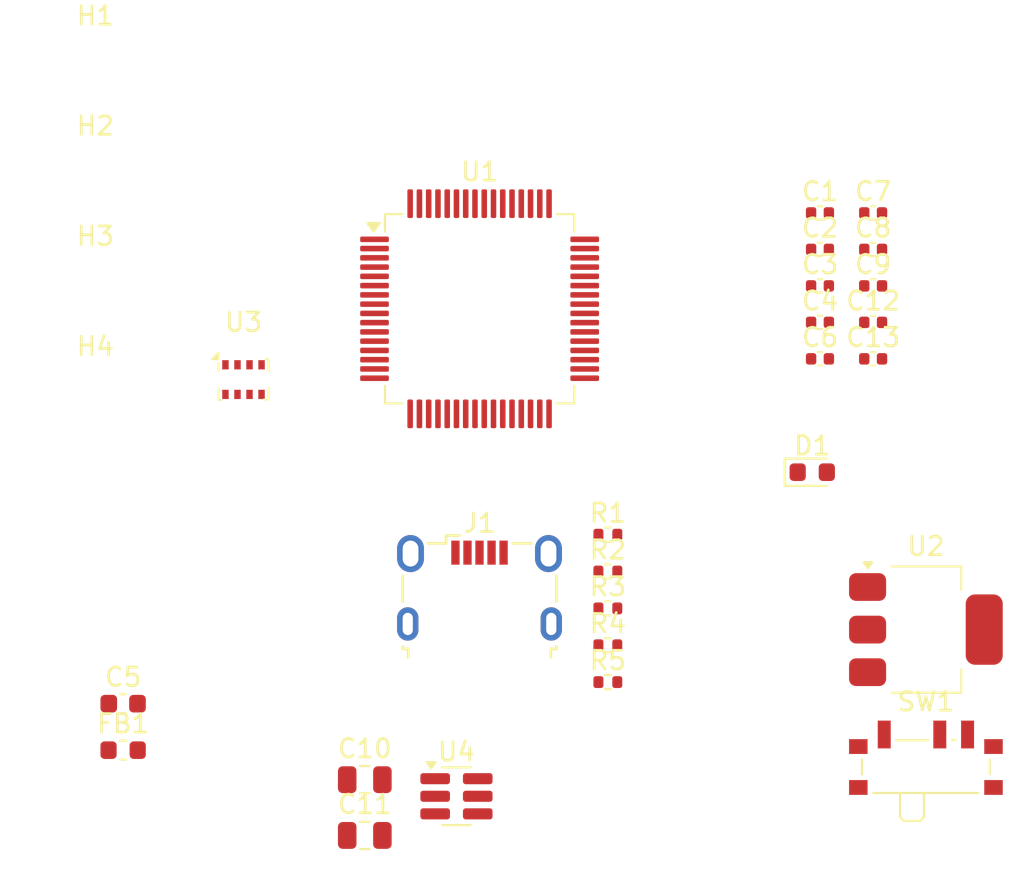
<source format=kicad_pcb>
(kicad_pcb (version 20241229) (generator "pcbnew") (generator_version "9.0")
  (layers (0 "F.Cu" signal) (2 "B.Cu" signal) (13 "F.Paste" user) (15 "B.Paste" user) (5 "F.SilkS" user "F.Silkscreen") (7 "B.SilkS" user "B.Silkscreen") (1 "F.Mask" user) (3 "B.Mask" user) (25 "Edge.Cuts" user))
  (net 0 "")
  (net 1 "GND")
  (net 2 "+3.3V")
  (net 3 "+3.3VA")
  (net 4 "/NRST")
  (net 5 "VBUS")
  (net 6 "Net-(D1-K)")
  (net 8 "Net-(J1-D-)")
  (net 9 "Net-(J1-D+)")
  (net 10 "/BOOT0")
  (net 11 "/SW_BOOT0")
  (net 12 "Net-(U3-SDO)")
  (net 13 "/I2C1_SCL")
  (net 14 "/I2C1_SDA")
  (net 18 "/USB_OTG_FS_DP+")
  (net 39 "/USB_OTG_FS_DM-")
  (footprint "MountingHole:MountingHole_2.2mm_M2" (layer "F.Cu") (at 101 56.5)
    (property "Reference" "H1" (at 0 -3.15 0) (layer "F.SilkS"))
    (property "Value" "MountingHole")
    (pad "" np_thru_hole circle (at 0 0) (size 2.2 2.2) (drill 2.2) (layers "*.Cu" "*.Mask"))
  )
  (footprint "Capacitor_SMD:C_0805_2012Metric" (layer "F.Cu") (at 115.55 97.615)
    (property "Reference" "C11" (at 0 -1.68 0) (layer "F.SilkS"))
    (property "Value" "22u")
    (fp_line (start -0.261252 -0.735) (end 0.261252 -0.735) (stroke (width 0.12)) (layer "F.SilkS"))
    (fp_line (start -0.261252 0.735) (end 0.261252 0.735) (stroke (width 0.12)) (layer "F.SilkS"))
    (pad "1" smd roundrect (at -0.95 0) (size 1 1.45) (layers "F.Cu" "F.Mask" "F.Paste") (net 2 "+3.3V"))
    (pad "2" smd roundrect (at 0.95 0) (size 1 1.45) (layers "F.Cu" "F.Mask" "F.Paste") (net 1 "GND"))
  )
  (footprint "Capacitor_SMD:C_0805_2012Metric" (layer "F.Cu") (at 115.55 94.605)
    (property "Reference" "C10" (at 0 -1.68 0) (layer "F.SilkS"))
    (property "Value" "22u")
    (fp_line (start -0.261252 -0.735) (end 0.261252 -0.735) (stroke (width 0.12)) (layer "F.SilkS"))
    (fp_line (start -0.261252 0.735) (end 0.261252 0.735) (stroke (width 0.12)) (layer "F.SilkS"))
    (pad "1" smd roundrect (at -0.95 0) (size 1 1.45) (layers "F.Cu" "F.Mask" "F.Paste") (net 5 "VBUS"))
    (pad "2" smd roundrect (at 0.95 0) (size 1 1.45) (layers "F.Cu" "F.Mask" "F.Paste") (net 1 "GND"))
  )
  (footprint "Capacitor_SMD:C_0402_1005Metric" (layer "F.Cu") (at 143 69.91)
    (property "Reference" "C12" (at 0 -1.16 0) (layer "F.SilkS"))
    (property "Value" "100n")
    (fp_line (start -0.107836 -0.36) (end 0.107836 -0.36) (stroke (width 0.12)) (layer "F.SilkS"))
    (fp_line (start -0.107836 0.36) (end 0.107836 0.36) (stroke (width 0.12)) (layer "F.SilkS"))
    (pad "1" smd roundrect (at -0.48 0) (size 0.56 0.62) (layers "F.Cu" "F.Mask" "F.Paste") (net 1 "GND"))
    (pad "2" smd roundrect (at 0.48 0) (size 0.56 0.62) (layers "F.Cu" "F.Mask" "F.Paste") (net 2 "+3.3V"))
  )
  (footprint "Package_TO_SOT_SMD:SOT-223-3_TabPin2" (layer "F.Cu") (at 145.85 86.5)
    (property "Reference" "U2" (at 0 -4.5 0) (layer "F.SilkS"))
    (property "Value" "AMS1117-3.3")
    (fp_line (start -1.85 -3.41) (end 1.91 -3.41) (stroke (width 0.12)) (layer "F.SilkS"))
    (fp_line (start -1.85 3.41) (end 1.91 3.41) (stroke (width 0.12)) (layer "F.SilkS"))
    (fp_line (start 1.91 -3.41) (end 1.91 -2.15) (stroke (width 0.12)) (layer "F.SilkS"))
    (fp_line (start 1.91 3.41) (end 1.91 2.15) (stroke (width 0.12)) (layer "F.SilkS"))
    (fp_poly (pts (xy -3.13 -3.31) (xy -3.37 -3.64) (xy -2.89 -3.64) (xy -3.13 -3.31)) (stroke (width 0.12)) (fill yes) (layer "F.SilkS"))
    (pad "1" smd roundrect (at -3.15 -2.3) (size 2 1.5) (layers "F.Cu" "F.Mask" "F.Paste") (net 1 "GND"))
    (pad "2" smd roundrect (at -3.15 0) (size 2 1.5) (layers "F.Cu" "F.Mask" "F.Paste") (net 2 "+3.3V"))
    (pad "2" smd roundrect (at 3.15 0) (size 2 3.8) (layers "F.Cu" "F.Mask" "F.Paste") (net 2 "+3.3V"))
    (pad "3" smd roundrect (at -3.15 2.3) (size 2 1.5) (layers "F.Cu" "F.Mask" "F.Paste") (net 5 "VBUS"))
  )
  (footprint "MountingHole:MountingHole_2.2mm_M2" (layer "F.Cu") (at 101 68.4)
    (property "Reference" "H3" (at 0 -3.15 0) (layer "F.SilkS"))
    (property "Value" "MountingHole")
    (pad "" np_thru_hole circle (at 0 0) (size 2.2 2.2) (drill 2.2) (layers "*.Cu" "*.Mask"))
  )
  (footprint "Capacitor_SMD:C_0402_1005Metric" (layer "F.Cu") (at 140.13 65.97)
    (property "Reference" "C2" (at 0 -1.16 0) (layer "F.SilkS"))
    (property "Value" "100n")
    (fp_line (start -0.107836 -0.36) (end 0.107836 -0.36) (stroke (width 0.12)) (layer "F.SilkS"))
    (fp_line (start -0.107836 0.36) (end 0.107836 0.36) (stroke (width 0.12)) (layer "F.SilkS"))
    (pad "1" smd roundrect (at -0.48 0) (size 0.56 0.62) (layers "F.Cu" "F.Mask" "F.Paste") (net 2 "+3.3V"))
    (pad "2" smd roundrect (at 0.48 0) (size 0.56 0.62) (layers "F.Cu" "F.Mask" "F.Paste") (net 1 "GND"))
  )
  (footprint "Package_LGA:Bosch_LGA-8_2x2.5mm_P0.65mm_ClockwisePinNumbering" (layer "F.Cu") (at 109 73)
    (property "Reference" "U3" (at 0 -3.1 0) (layer "F.SilkS"))
    (property "Value" "BMP280")
    (fp_line (start -1.35 -0.46) (end -1.35 -0.9) (stroke (width 0.1)) (layer "F.SilkS"))
    (fp_line (start -1.35 1.1) (end -1.35 0.46) (stroke (width 0.1)) (layer "F.SilkS"))
    (fp_line (start -1.35 1.1) (end -1.2 1.1) (stroke (width 0.1)) (layer "F.SilkS"))
    (fp_line (start 1.075 1.075) (end 1.225 1.075) (stroke (width 0.1)) (layer "F.SilkS"))
    (fp_line (start 1.2 -1.1) (end 1.35 -1.1) (stroke (width 0.1)) (layer "F.SilkS"))
    (fp_line (start 1.35 -0.46) (end 1.35 -1.1) (stroke (width 0.1)) (layer "F.SilkS"))
    (fp_line (start 1.35 1.1) (end 1.35 0.46) (stroke (width 0.1)) (layer "F.SilkS"))
    (fp_poly (pts (xy -1.35 -1.1) (xy -1.71 -1.1) (xy -1.35 -1.46) (xy -1.35 -1.1)) (stroke (width 0.1)) (fill yes) (layer "F.SilkS"))
    (pad "1" smd rect (at -0.975 -0.8 90) (size 0.5 0.35) (layers "F.Cu" "F.Mask" "F.Paste") (net 1 "GND"))
    (pad "2" smd rect (at -0.325 -0.8 90) (size 0.5 0.35) (layers "F.Cu" "F.Mask" "F.Paste") (net 2 "+3.3V"))
    (pad "3" smd rect (at 0.325 -0.8 90) (size 0.5 0.35) (layers "F.Cu" "F.Mask" "F.Paste") (net 14 "/I2C1_SDA"))
    (pad "4" smd rect (at 0.975 -0.8 90) (size 0.5 0.35) (layers "F.Cu" "F.Mask" "F.Paste") (net 13 "/I2C1_SCL"))
    (pad "5" smd rect (at 0.975 0.8 90) (size 0.5 0.35) (layers "F.Cu" "F.Mask" "F.Paste") (net 12 "Net-(U3-SDO)"))
    (pad "6" smd rect (at 0.325 0.8 90) (size 0.5 0.35) (layers "F.Cu" "F.Mask" "F.Paste") (net 2 "+3.3V"))
    (pad "7" smd rect (at -0.325 0.8 90) (size 0.5 0.35) (layers "F.Cu" "F.Mask" "F.Paste") (net 1 "GND"))
    (pad "8" smd rect (at -0.975 0.8 90) (size 0.5 0.35) (layers "F.Cu" "F.Mask" "F.Paste") (net 2 "+3.3V"))
  )
  (footprint "Capacitor_SMD:C_0402_1005Metric" (layer "F.Cu") (at 143 71.88)
    (property "Reference" "C13" (at 0 -1.16 0) (layer "F.SilkS"))
    (property "Value" "100n")
    (fp_line (start -0.107836 -0.36) (end 0.107836 -0.36) (stroke (width 0.12)) (layer "F.SilkS"))
    (fp_line (start -0.107836 0.36) (end 0.107836 0.36) (stroke (width 0.12)) (layer "F.SilkS"))
    (pad "1" smd roundrect (at -0.48 0) (size 0.56 0.62) (layers "F.Cu" "F.Mask" "F.Paste") (net 1 "GND"))
    (pad "2" smd roundrect (at 0.48 0) (size 0.56 0.62) (layers "F.Cu" "F.Mask" "F.Paste") (net 2 "+3.3V"))
  )
  (footprint "Package_QFP:LQFP-64_10x10mm_P0.5mm" (layer "F.Cu") (at 121.75 69.175)
    (property "Reference" "U1" (at 0 -7.4 0) (layer "F.SilkS"))
    (property "Value" "STM32L476RGTx")
    (fp_line (start -5.11 -5.11) (end -5.11 -4.16) (stroke (width 0.12)) (layer "F.SilkS"))
    (fp_line (start -5.11 5.11) (end -5.11 4.16) (stroke (width 0.12)) (layer "F.SilkS"))
    (fp_line (start -4.16 -5.11) (end -5.11 -5.11) (stroke (width 0.12)) (layer "F.SilkS"))
    (fp_line (start -4.16 5.11) (end -5.11 5.11) (stroke (width 0.12)) (layer "F.SilkS"))
    (fp_line (start 4.16 -5.11) (end 5.11 -5.11) (stroke (width 0.12)) (layer "F.SilkS"))
    (fp_line (start 4.16 5.11) (end 5.11 5.11) (stroke (width 0.12)) (layer "F.SilkS"))
    (fp_line (start 5.11 -5.11) (end 5.11 -4.16) (stroke (width 0.12)) (layer "F.SilkS"))
    (fp_line (start 5.11 5.11) (end 5.11 4.16) (stroke (width 0.12)) (layer "F.SilkS"))
    (fp_poly (pts (xy -5.725 -4.16) (xy -6.065 -4.63) (xy -5.385 -4.63)) (stroke (width 0.12)) (fill yes) (layer "F.SilkS"))
    (pad "1" smd roundrect (at -5.675 -3.75) (size 1.55 0.3) (layers "F.Cu" "F.Mask" "F.Paste") (net 2 "+3.3V"))
    (pad "2" smd roundrect (at -5.675 -3.25) (size 1.55 0.3) (layers "F.Cu" "F.Mask" "F.Paste"))
    (pad "3" smd roundrect (at -5.675 -2.75) (size 1.55 0.3) (layers "F.Cu" "F.Mask" "F.Paste"))
    (pad "4" smd roundrect (at -5.675 -2.25) (size 1.55 0.3) (layers "F.Cu" "F.Mask" "F.Paste"))
    (pad "5" smd roundrect (at -5.675 -1.75) (size 1.55 0.3) (layers "F.Cu" "F.Mask" "F.Paste"))
    (pad "6" smd roundrect (at -5.675 -1.25) (size 1.55 0.3) (layers "F.Cu" "F.Mask" "F.Paste"))
    (pad "7" smd roundrect (at -5.675 -0.75) (size 1.55 0.3) (layers "F.Cu" "F.Mask" "F.Paste") (net 4 "/NRST"))
    (pad "8" smd roundrect (at -5.675 -0.25) (size 1.55 0.3) (layers "F.Cu" "F.Mask" "F.Paste"))
    (pad "9" smd roundrect (at -5.675 0.25) (size 1.55 0.3) (layers "F.Cu" "F.Mask" "F.Paste"))
    (pad "10" smd roundrect (at -5.675 0.75) (size 1.55 0.3) (layers "F.Cu" "F.Mask" "F.Paste"))
    (pad "11" smd roundrect (at -5.675 1.25) (size 1.55 0.3) (layers "F.Cu" "F.Mask" "F.Paste"))
    (pad "12" smd roundrect (at -5.675 1.75) (size 1.55 0.3) (layers "F.Cu" "F.Mask" "F.Paste") (net 1 "GND"))
    (pad "13" smd roundrect (at -5.675 2.25) (size 1.55 0.3) (layers "F.Cu" "F.Mask" "F.Paste") (net 3 "+3.3VA"))
    (pad "14" smd roundrect (at -5.675 2.75) (size 1.55 0.3) (layers "F.Cu" "F.Mask" "F.Paste"))
    (pad "15" smd roundrect (at -5.675 3.25) (size 1.55 0.3) (layers "F.Cu" "F.Mask" "F.Paste"))
    (pad "16" smd roundrect (at -5.675 3.75) (size 1.55 0.3) (layers "F.Cu" "F.Mask" "F.Paste"))
    (pad "17" smd roundrect (at -3.75 5.675) (size 0.3 1.55) (layers "F.Cu" "F.Mask" "F.Paste"))
    (pad "18" smd roundrect (at -3.25 5.675) (size 0.3 1.55) (layers "F.Cu" "F.Mask" "F.Paste") (net 1 "GND"))
    (pad "19" smd roundrect (at -2.75 5.675) (size 0.3 1.55) (layers "F.Cu" "F.Mask" "F.Paste") (net 2 "+3.3V"))
    (pad "20" smd roundrect (at -2.25 5.675) (size 0.3 1.55) (layers "F.Cu" "F.Mask" "F.Paste"))
    (pad "21" smd roundrect (at -1.75 5.675) (size 0.3 1.55) (layers "F.Cu" "F.Mask" "F.Paste"))
    (pad "22" smd roundrect (at -1.25 5.675) (size 0.3 1.55) (layers "F.Cu" "F.Mask" "F.Paste"))
    (pad "23" smd roundrect (at -0.75 5.675) (size 0.3 1.55) (layers "F.Cu" "F.Mask" "F.Paste"))
    (pad "24" smd roundrect (at -0.25 5.675) (size 0.3 1.55) (layers "F.Cu" "F.Mask" "F.Paste"))
    (pad "25" smd roundrect (at 0.25 5.675) (size 0.3 1.55) (layers "F.Cu" "F.Mask" "F.Paste"))
    (pad "26" smd roundrect (at 0.75 5.675) (size 0.3 1.55) (layers "F.Cu" "F.Mask" "F.Paste"))
    (pad "27" smd roundrect (at 1.25 5.675) (size 0.3 1.55) (layers "F.Cu" "F.Mask" "F.Paste"))
    (pad "28" smd roundrect (at 1.75 5.675) (size 0.3 1.55) (layers "F.Cu" "F.Mask" "F.Paste"))
    (pad "29" smd roundrect (at 2.25 5.675) (size 0.3 1.55) (layers "F.Cu" "F.Mask" "F.Paste"))
    (pad "30" smd roundrect (at 2.75 5.675) (size 0.3 1.55) (layers "F.Cu" "F.Mask" "F.Paste"))
    (pad "31" smd roundrect (at 3.25 5.675) (size 0.3 1.55) (layers "F.Cu" "F.Mask" "F.Paste") (net 1 "GND"))
    (pad "32" smd roundrect (at 3.75 5.675) (size 0.3 1.55) (layers "F.Cu" "F.Mask" "F.Paste") (net 2 "+3.3V"))
    (pad "33" smd roundrect (at 5.675 3.75) (size 1.55 0.3) (layers "F.Cu" "F.Mask" "F.Paste"))
    (pad "34" smd roundrect (at 5.675 3.25) (size 1.55 0.3) (layers "F.Cu" "F.Mask" "F.Paste"))
    (pad "35" smd roundrect (at 5.675 2.75) (size 1.55 0.3) (layers "F.Cu" "F.Mask" "F.Paste"))
    (pad "36" smd roundrect (at 5.675 2.25) (size 1.55 0.3) (layers "F.Cu" "F.Mask" "F.Paste"))
    (pad "37" smd roundrect (at 5.675 1.75) (size 1.55 0.3) (layers "F.Cu" "F.Mask" "F.Paste"))
    (pad "38" smd roundrect (at 5.675 1.25) (size 1.55 0.3) (layers "F.Cu" "F.Mask" "F.Paste"))
    (pad "39" smd roundrect (at 5.675 0.75) (size 1.55 0.3) (layers "F.Cu" "F.Mask" "F.Paste"))
    (pad "40" smd roundrect (at 5.675 0.25) (size 1.55 0.3) (layers "F.Cu" "F.Mask" "F.Paste"))
    (pad "41" smd roundrect (at 5.675 -0.25) (size 1.55 0.3) (layers "F.Cu" "F.Mask" "F.Paste"))
    (pad "42" smd roundrect (at 5.675 -0.75) (size 1.55 0.3) (layers "F.Cu" "F.Mask" "F.Paste"))
    (pad "43" smd roundrect (at 5.675 -1.25) (size 1.55 0.3) (layers "F.Cu" "F.Mask" "F.Paste"))
    (pad "44" smd roundrect (at 5.675 -1.75) (size 1.55 0.3) (layers "F.Cu" "F.Mask" "F.Paste") (net 39 "/USB_OTG_FS_DM-"))
    (pad "45" smd roundrect (at 5.675 -2.25) (size 1.55 0.3) (layers "F.Cu" "F.Mask" "F.Paste") (net 18 "/USB_OTG_FS_DP+"))
    (pad "46" smd roundrect (at 5.675 -2.75) (size 1.55 0.3) (layers "F.Cu" "F.Mask" "F.Paste"))
    (pad "47" smd roundrect (at 5.675 -3.25) (size 1.55 0.3) (layers "F.Cu" "F.Mask" "F.Paste") (net 1 "GND"))
    (pad "48" smd roundrect (at 5.675 -3.75) (size 1.55 0.3) (layers "F.Cu" "F.Mask" "F.Paste"))
    (pad "49" smd roundrect (at 3.75 -5.675) (size 0.3 1.55) (layers "F.Cu" "F.Mask" "F.Paste"))
    (pad "50" smd roundrect (at 3.25 -5.675) (size 0.3 1.55) (layers "F.Cu" "F.Mask" "F.Paste"))
    (pad "51" smd roundrect (at 2.75 -5.675) (size 0.3 1.55) (layers "F.Cu" "F.Mask" "F.Paste"))
    (pad "52" smd roundrect (at 2.25 -5.675) (size 0.3 1.55) (layers "F.Cu" "F.Mask" "F.Paste"))
    (pad "53" smd roundrect (at 1.75 -5.675) (size 0.3 1.55) (layers "F.Cu" "F.Mask" "F.Paste"))
    (pad "54" smd roundrect (at 1.25 -5.675) (size 0.3 1.55) (layers "F.Cu" "F.Mask" "F.Paste"))
    (pad "55" smd roundrect (at 0.75 -5.675) (size 0.3 1.55) (layers "F.Cu" "F.Mask" "F.Paste"))
    (pad "56" smd roundrect (at 0.25 -5.675) (size 0.3 1.55) (layers "F.Cu" "F.Mask" "F.Paste"))
    (pad "57" smd roundrect (at -0.25 -5.675) (size 0.3 1.55) (layers "F.Cu" "F.Mask" "F.Paste"))
    (pad "58" smd roundrect (at -0.75 -5.675) (size 0.3 1.55) (layers "F.Cu" "F.Mask" "F.Paste") (net 13 "/I2C1_SCL"))
    (pad "59" smd roundrect (at -1.25 -5.675) (size 0.3 1.55) (layers "F.Cu" "F.Mask" "F.Paste") (net 14 "/I2C1_SDA"))
    (pad "60" smd roundrect (at -1.75 -5.675) (size 0.3 1.55) (layers "F.Cu" "F.Mask" "F.Paste") (net 10 "/BOOT0"))
    (pad "61" smd roundrect (at -2.25 -5.675) (size 0.3 1.55) (layers "F.Cu" "F.Mask" "F.Paste"))
    (pad "62" smd roundrect (at -2.75 -5.675) (size 0.3 1.55) (layers "F.Cu" "F.Mask" "F.Paste"))
    (pad "63" smd roundrect (at -3.25 -5.675) (size 0.3 1.55) (layers "F.Cu" "F.Mask" "F.Paste") (net 1 "GND"))
    (pad "64" smd roundrect (at -3.75 -5.675) (size 0.3 1.55) (layers "F.Cu" "F.Mask" "F.Paste") (net 2 "+3.3V"))
  )
  (footprint "LED_SMD:LED_0603_1608Metric" (layer "F.Cu") (at 139.7125 78)
    (property "Reference" "D1" (at 0 -1.43 0) (layer "F.SilkS"))
    (property "Value" "RED")
    (fp_line (start -1.485 -0.735) (end -1.485 0.735) (stroke (width 0.12)) (layer "F.SilkS"))
    (fp_line (start -1.485 0.735) (end 0.8 0.735) (stroke (width 0.12)) (layer "F.SilkS"))
    (fp_line (start 0.8 -0.735) (end -1.485 -0.735) (stroke (width 0.12)) (layer "F.SilkS"))
    (pad "1" smd roundrect (at -0.7875 0) (size 0.875 0.95) (layers "F.Cu" "F.Mask" "F.Paste") (net 6 "Net-(D1-K)"))
    (pad "2" smd roundrect (at 0.7875 0) (size 0.875 0.95) (layers "F.Cu" "F.Mask" "F.Paste") (net 2 "+3.3V"))
  )
  (footprint "Package_TO_SOT_SMD:SC-74-6_1.55x2.9mm_P0.95mm" (layer "F.Cu") (at 120.5 95.5)
    (property "Reference" "U4" (at 0 -2.4 0) (layer "F.SilkS"))
    (property "Value" "IP4234CZ6")
    (fp_line (start 0 -1.56) (end -0.775 -1.56) (stroke (width 0.12)) (layer "F.SilkS"))
    (fp_line (start 0 -1.56) (end 0.775 -1.56) (stroke (width 0.12)) (layer "F.SilkS"))
    (fp_line (start 0 1.56) (end -0.775 1.56) (stroke (width 0.12)) (layer "F.SilkS"))
    (fp_line (start 0 1.56) (end 0.775 1.56) (stroke (width 0.12)) (layer "F.SilkS"))
    (fp_poly (pts (xy -1.3625 -1.51) (xy -1.6025 -1.84) (xy -1.1225 -1.84)) (stroke (width 0.12)) (fill yes) (layer "F.SilkS"))
    (pad "1" smd roundrect (at -1.15 -0.95) (size 1.6 0.6) (layers "F.Cu" "F.Mask" "F.Paste") (net 18 "/USB_OTG_FS_DP+"))
    (pad "2" smd roundrect (at -1.15 0) (size 1.6 0.6) (layers "F.Cu" "F.Mask" "F.Paste") (net 1 "GND"))
    (pad "3" smd roundrect (at -1.15 0.95) (size 1.6 0.6) (layers "F.Cu" "F.Mask" "F.Paste") (net 9 "Net-(J1-D+)"))
    (pad "4" smd roundrect (at 1.15 0.95) (size 1.6 0.6) (layers "F.Cu" "F.Mask" "F.Paste") (net 8 "Net-(J1-D-)"))
    (pad "5" smd roundrect (at 1.15 0) (size 1.6 0.6) (layers "F.Cu" "F.Mask" "F.Paste") (net 5 "VBUS"))
    (pad "6" smd roundrect (at 1.15 -0.95) (size 1.6 0.6) (layers "F.Cu" "F.Mask" "F.Paste") (net 39 "/USB_OTG_FS_DM-"))
  )
  (footprint "MountingHole:MountingHole_2.2mm_M2" (layer "F.Cu") (at 101 74.35)
    (property "Reference" "H4" (at 0 -3.15 0) (layer "F.SilkS"))
    (property "Value" "MountingHole")
    (pad "" np_thru_hole circle (at 0 0) (size 2.2 2.2) (drill 2.2) (layers "*.Cu" "*.Mask"))
  )
  (footprint "Capacitor_SMD:C_0402_1005Metric" (layer "F.Cu") (at 140.13 67.94)
    (property "Reference" "C3" (at 0 -1.16 0) (layer "F.SilkS"))
    (property "Value" "100n")
    (fp_line (start -0.107836 -0.36) (end 0.107836 -0.36) (stroke (width 0.12)) (layer "F.SilkS"))
    (fp_line (start -0.107836 0.36) (end 0.107836 0.36) (stroke (width 0.12)) (layer "F.SilkS"))
    (pad "1" smd roundrect (at -0.48 0) (size 0.56 0.62) (layers "F.Cu" "F.Mask" "F.Paste") (net 2 "+3.3V"))
    (pad "2" smd roundrect (at 0.48 0) (size 0.56 0.62) (layers "F.Cu" "F.Mask" "F.Paste") (net 1 "GND"))
  )
  (footprint "Capacitor_SMD:C_0402_1005Metric" (layer "F.Cu") (at 140.13 69.91)
    (property "Reference" "C4" (at 0 -1.16 0) (layer "F.SilkS"))
    (property "Value" "100n")
    (fp_line (start -0.107836 -0.36) (end 0.107836 -0.36) (stroke (width 0.12)) (layer "F.SilkS"))
    (fp_line (start -0.107836 0.36) (end 0.107836 0.36) (stroke (width 0.12)) (layer "F.SilkS"))
    (pad "1" smd roundrect (at -0.48 0) (size 0.56 0.62) (layers "F.Cu" "F.Mask" "F.Paste") (net 2 "+3.3V"))
    (pad "2" smd roundrect (at 0.48 0) (size 0.56 0.62) (layers "F.Cu" "F.Mask" "F.Paste") (net 1 "GND"))
  )
  (footprint "Resistor_SMD:R_0402_1005Metric" (layer "F.Cu") (at 128.675 83.365)
    (property "Reference" "R2" (at 0 -1.17 0) (layer "F.SilkS"))
    (property "Value" "1k")
    (fp_line (start -0.153641 -0.38) (end 0.153641 -0.38) (stroke (width 0.12)) (layer "F.SilkS"))
    (fp_line (start -0.153641 0.38) (end 0.153641 0.38) (stroke (width 0.12)) (layer "F.SilkS"))
    (pad "1" smd roundrect (at -0.51 0) (size 0.54 0.64) (layers "F.Cu" "F.Mask" "F.Paste") (net 6 "Net-(D1-K)"))
    (pad "2" smd roundrect (at 0.51 0) (size 0.54 0.64) (layers "F.Cu" "F.Mask" "F.Paste") (net 1 "GND"))
  )
  (footprint "Capacitor_SMD:C_0603_1608Metric" (layer "F.Cu") (at 102.5 90.5)
    (property "Reference" "C5" (at 0 -1.43 0) (layer "F.SilkS"))
    (property "Value" "10u")
    (fp_line (start -0.14058 -0.51) (end 0.14058 -0.51) (stroke (width 0.12)) (layer "F.SilkS"))
    (fp_line (start -0.14058 0.51) (end 0.14058 0.51) (stroke (width 0.12)) (layer "F.SilkS"))
    (pad "1" smd roundrect (at -0.775 0) (size 0.9 0.95) (layers "F.Cu" "F.Mask" "F.Paste") (net 2 "+3.3V"))
    (pad "2" smd roundrect (at 0.775 0) (size 0.9 0.95) (layers "F.Cu" "F.Mask" "F.Paste") (net 1 "GND"))
  )
  (footprint "Button_Switch_SMD:SW_SPDT_PCM12" (layer "F.Cu") (at 145.85 93.595)
    (property "Reference" "SW1" (at 0 -3.2 0) (layer "F.SilkS"))
    (property "Value" "SW_SPDT")
    (fp_line (start -3.45 -0.07) (end -3.45 0.72) (stroke (width 0.12)) (layer "F.SilkS"))
    (fp_line (start -2.85 1.73) (end 2.85 1.73) (stroke (width 0.12)) (layer "F.SilkS"))
    (fp_line (start -1.6 -1.12) (end 0.1 -1.12) (stroke (width 0.12)) (layer "F.SilkS"))
    (fp_line (start -1.4 1.73) (end -1.4 3.02) (stroke (width 0.12)) (layer "F.SilkS"))
    (fp_line (start -1.4 3.02) (end -1.2 3.23) (stroke (width 0.12)) (layer "F.SilkS"))
    (fp_line (start -1.2 3.23) (end -0.3 3.23) (stroke (width 0.12)) (layer "F.SilkS"))
    (fp_line (start -0.1 3.02) (end -0.3 3.23) (stroke (width 0.12)) (layer "F.SilkS"))
    (fp_line (start -0.1 3.02) (end -0.1 1.73) (stroke (width 0.12)) (layer "F.SilkS"))
    (fp_line (start 1.4 -1.12) (end 1.6 -1.12) (stroke (width 0.12)) (layer "F.SilkS"))
    (fp_line (start 3.45 0.72) (end 3.45 -0.07) (stroke (width 0.12)) (layer "F.SilkS"))
    (pad "" smd rect (at -3.65 -0.78) (size 1 0.8) (layers "F.Cu" "F.Mask" "F.Paste"))
    (pad "" smd rect (at -3.65 1.43) (size 1 0.8) (layers "F.Cu" "F.Mask" "F.Paste"))
    (pad "" np_thru_hole circle (at -1.5 0.33) (size 0.9 0.9) (drill 0.9) (layers "*.Cu" "*.Mask"))
    (pad "" np_thru_hole circle (at 1.5 0.33) (size 0.9 0.9) (drill 0.9) (layers "*.Cu" "*.Mask"))
    (pad "" smd rect (at 3.65 -0.78) (size 1 0.8) (layers "F.Cu" "F.Mask" "F.Paste"))
    (pad "" smd rect (at 3.65 1.43) (size 1 0.8) (layers "F.Cu" "F.Mask" "F.Paste"))
    (pad "1" smd rect (at -2.25 -1.43) (size 0.7 1.5) (layers "F.Cu" "F.Mask" "F.Paste") (net 1 "GND"))
    (pad "2" smd rect (at 0.75 -1.43) (size 0.7 1.5) (layers "F.Cu" "F.Mask" "F.Paste") (net 11 "/SW_BOOT0"))
    (pad "3" smd rect (at 2.25 -1.43) (size 0.7 1.5) (layers "F.Cu" "F.Mask" "F.Paste") (net 2 "+3.3V"))
  )
  (footprint "Capacitor_SMD:C_0402_1005Metric" (layer "F.Cu") (at 140.13 71.88)
    (property "Reference" "C6" (at 0 -1.16 0) (layer "F.SilkS"))
    (property "Value" "10n")
    (fp_line (start -0.107836 -0.36) (end 0.107836 -0.36) (stroke (width 0.12)) (layer "F.SilkS"))
    (fp_line (start -0.107836 0.36) (end 0.107836 0.36) (stroke (width 0.12)) (layer "F.SilkS"))
    (pad "1" smd roundrect (at -0.48 0) (size 0.56 0.62) (layers "F.Cu" "F.Mask" "F.Paste") (net 3 "+3.3VA"))
    (pad "2" smd roundrect (at 0.48 0) (size 0.56 0.62) (layers "F.Cu" "F.Mask" "F.Paste") (net 1 "GND"))
  )
  (footprint "MountingHole:MountingHole_2.2mm_M2" (layer "F.Cu") (at 101 62.45)
    (property "Reference" "H2" (at 0 -3.15 0) (layer "F.SilkS"))
    (property "Value" "MountingHole")
    (pad "" np_thru_hole circle (at 0 0) (size 2.2 2.2) (drill 2.2) (layers "*.Cu" "*.Mask"))
  )
  (footprint "Capacitor_SMD:C_0402_1005Metric" (layer "F.Cu") (at 143 65.97)
    (property "Reference" "C8" (at 0 -1.16 0) (layer "F.SilkS"))
    (property "Value" "1u")
    (fp_line (start -0.107836 -0.36) (end 0.107836 -0.36) (stroke (width 0.12)) (layer "F.SilkS"))
    (fp_line (start -0.107836 0.36) (end 0.107836 0.36) (stroke (width 0.12)) (layer "F.SilkS"))
    (pad "1" smd roundrect (at -0.48 0) (size 0.56 0.62) (layers "F.Cu" "F.Mask" "F.Paste") (net 2 "+3.3V"))
    (pad "2" smd roundrect (at 0.48 0) (size 0.56 0.62) (layers "F.Cu" "F.Mask" "F.Paste") (net 1 "GND"))
  )
  (footprint "Resistor_SMD:R_0402_1005Metric" (layer "F.Cu") (at 128.675 87.345)
    (property "Reference" "R4" (at 0 -1.17 0) (layer "F.SilkS"))
    (property "Value" "10k")
    (fp_line (start -0.153641 -0.38) (end 0.153641 -0.38) (stroke (width 0.12)) (layer "F.SilkS"))
    (fp_line (start -0.153641 0.38) (end 0.153641 0.38) (stroke (width 0.12)) (layer "F.SilkS"))
    (pad "1" smd roundrect (at -0.51 0) (size 0.54 0.64) (layers "F.Cu" "F.Mask" "F.Paste") (net 13 "/I2C1_SCL"))
    (pad "2" smd roundrect (at 0.51 0) (size 0.54 0.64) (layers "F.Cu" "F.Mask" "F.Paste") (net 2 "+3.3V"))
  )
  (footprint "Resistor_SMD:R_0402_1005Metric" (layer "F.Cu") (at 128.675 89.335)
    (property "Reference" "R5" (at 0 -1.17 0) (layer "F.SilkS"))
    (property "Value" "10k")
    (fp_line (start -0.153641 -0.38) (end 0.153641 -0.38) (stroke (width 0.12)) (layer "F.SilkS"))
    (fp_line (start -0.153641 0.38) (end 0.153641 0.38) (stroke (width 0.12)) (layer "F.SilkS"))
    (pad "1" smd roundrect (at -0.51 0) (size 0.54 0.64) (layers "F.Cu" "F.Mask" "F.Paste") (net 14 "/I2C1_SDA"))
    (pad "2" smd roundrect (at 0.51 0) (size 0.54 0.64) (layers "F.Cu" "F.Mask" "F.Paste") (net 2 "+3.3V"))
  )
  (footprint "Resistor_SMD:R_0402_1005Metric" (layer "F.Cu") (at 128.675 81.375)
    (property "Reference" "R1" (at 0 -1.17 0) (layer "F.SilkS"))
    (property "Value" "10k")
    (fp_line (start -0.153641 -0.38) (end 0.153641 -0.38) (stroke (width 0.12)) (layer "F.SilkS"))
    (fp_line (start -0.153641 0.38) (end 0.153641 0.38) (stroke (width 0.12)) (layer "F.SilkS"))
    (pad "1" smd roundrect (at -0.51 0) (size 0.54 0.64) (layers "F.Cu" "F.Mask" "F.Paste") (net 11 "/SW_BOOT0"))
    (pad "2" smd roundrect (at 0.51 0) (size 0.54 0.64) (layers "F.Cu" "F.Mask" "F.Paste") (net 10 "/BOOT0"))
  )
  (footprint "Inductor_SMD:L_0603_1608Metric" (layer "F.Cu") (at 102.5 93.01)
    (property "Reference" "FB1" (at 0 -1.43 0) (layer "F.SilkS"))
    (property "Value" "120R")
    (fp_line (start -0.162779 -0.51) (end 0.162779 -0.51) (stroke (width 0.12)) (layer "F.SilkS"))
    (fp_line (start -0.162779 0.51) (end 0.162779 0.51) (stroke (width 0.12)) (layer "F.SilkS"))
    (pad "1" smd roundrect (at -0.7875 0) (size 0.875 0.95) (layers "F.Cu" "F.Mask" "F.Paste") (net 3 "+3.3VA"))
    (pad "2" smd roundrect (at 0.7875 0) (size 0.875 0.95) (layers "F.Cu" "F.Mask" "F.Paste") (net 2 "+3.3V"))
  )
  (footprint "Capacitor_SMD:C_0402_1005Metric" (layer "F.Cu") (at 140.13 64)
    (property "Reference" "C1" (at 0 -1.16 0) (layer "F.SilkS"))
    (property "Value" "100n")
    (fp_line (start -0.107836 -0.36) (end 0.107836 -0.36) (stroke (width 0.12)) (layer "F.SilkS"))
    (fp_line (start -0.107836 0.36) (end 0.107836 0.36) (stroke (width 0.12)) (layer "F.SilkS"))
    (pad "1" smd roundrect (at -0.48 0) (size 0.56 0.62) (layers "F.Cu" "F.Mask" "F.Paste") (net 2 "+3.3V"))
    (pad "2" smd roundrect (at 0.48 0) (size 0.56 0.62) (layers "F.Cu" "F.Mask" "F.Paste") (net 1 "GND"))
  )
  (footprint "Resistor_SMD:R_0402_1005Metric" (layer "F.Cu") (at 128.675 85.355)
    (property "Reference" "R3" (at 0 -1.17 0) (layer "F.SilkS"))
    (property "Value" "10k")
    (fp_line (start -0.153641 -0.38) (end 0.153641 -0.38) (stroke (width 0.12)) (layer "F.SilkS"))
    (fp_line (start -0.153641 0.38) (end 0.153641 0.38) (stroke (width 0.12)) (layer "F.SilkS"))
    (pad "1" smd roundrect (at -0.51 0) (size 0.54 0.64) (layers "F.Cu" "F.Mask" "F.Paste") (net 1 "GND"))
    (pad "2" smd roundrect (at 0.51 0) (size 0.54 0.64) (layers "F.Cu" "F.Mask" "F.Paste") (net 12 "Net-(U3-SDO)"))
  )
  (footprint "Connector_USB:USB_Micro-B_Wuerth_629105150521" (layer "F.Cu") (at 121.745 84.245)
    (property "Reference" "J1" (at 0 -3.5 0) (layer "F.SilkS"))
    (property "Value" "USB_B_Micro")
    (fp_line (start -4.15 -0.65) (end -4.15 0.75) (stroke (width 0.15)) (layer "F.SilkS"))
    (fp_line (start -4.15 3.15) (end -4.15 3.3) (stroke (width 0.15)) (layer "F.SilkS"))
    (fp_line (start -4.15 3.3) (end -3.85 3.3) (stroke (width 0.15)) (layer "F.SilkS"))
    (fp_line (start -3.85 3.3) (end -3.85 3.75) (stroke (width 0.15)) (layer "F.SilkS"))
    (fp_line (start -1.8 -2.825) (end -1.8 -2.4) (stroke (width 0.15)) (layer "F.SilkS"))
    (fp_line (start -1.8 -2.4) (end -2.8 -2.4) (stroke (width 0.15)) (layer "F.SilkS"))
    (fp_line (start -1.075 -2.825) (end -1.8 -2.825) (stroke (width 0.15)) (layer "F.SilkS"))
    (fp_line (start 1.8 -2.4) (end 2.8 -2.4) (stroke (width 0.15)) (layer "F.SilkS"))
    (fp_line (start 3.85 3.3) (end 4.15 3.3) (stroke (width 0.15)) (layer "F.SilkS"))
    (fp_line (start 3.85 3.75) (end 3.85 3.3) (stroke (width 0.15)) (layer "F.SilkS"))
    (fp_line (start 4.15 0.75) (end 4.15 -0.65) (stroke (width 0.15)) (layer "F.SilkS"))
    (fp_line (start 4.15 3.3) (end 4.15 3.15) (stroke (width 0.15)) (layer "F.SilkS"))
    (pad "" np_thru_hole oval (at -2.5 -0.8) (size 0.8 0.8) (drill 0.8) (layers "*.Cu" "*.Mask"))
    (pad "" np_thru_hole oval (at 2.5 -0.8) (size 0.8 0.8) (drill 0.8) (layers "*.Cu" "*.Mask"))
    (pad "1" smd rect (at -1.3 -1.9) (size 0.45 1.3) (layers "F.Cu" "F.Mask" "F.Paste") (net 5 "VBUS"))
    (pad "2" smd rect (at -0.65 -1.9) (size 0.45 1.3) (layers "F.Cu" "F.Mask" "F.Paste") (net 8 "Net-(J1-D-)"))
    (pad "3" smd rect (at 0 -1.9) (size 0.45 1.3) (layers "F.Cu" "F.Mask" "F.Paste") (net 9 "Net-(J1-D+)"))
    (pad "4" smd rect (at 0.65 -1.9) (size 0.45 1.3) (layers "F.Cu" "F.Mask" "F.Paste"))
    (pad "5" smd rect (at 1.3 -1.9) (size 0.45 1.3) (layers "F.Cu" "F.Mask" "F.Paste") (net 1 "GND"))
    (pad "6" thru_hole oval (at -3.875 1.95) (size 1.15 1.8) (drill oval 0.55 1.2) (property pad_prop_heatsink) (layers "*.Cu" "*.Mask") (net 1 "GND"))
    (pad "6" thru_hole oval (at -3.725 -1.85) (size 1.45 2) (drill oval 0.85 1.4) (property pad_prop_heatsink) (layers "*.Cu" "*.Mask") (net 1 "GND"))
    (pad "6" thru_hole oval (at 3.725 -1.85) (size 1.45 2) (drill oval 0.85 1.4) (property pad_prop_heatsink) (layers "*.Cu" "*.Mask") (net 1 "GND"))
    (pad "6" thru_hole oval (at 3.875 1.95) (size 1.15 1.8) (drill oval 0.55 1.2) (property pad_prop_heatsink) (layers "*.Cu" "*.Mask") (net 1 "GND"))
  )
  (footprint "Capacitor_SMD:C_0402_1005Metric" (layer "F.Cu") (at 143 67.94)
    (property "Reference" "C9" (at 0 -1.16 0) (layer "F.SilkS"))
    (property "Value" "100n")
    (fp_line (start -0.107836 -0.36) (end 0.107836 -0.36) (stroke (width 0.12)) (layer "F.SilkS"))
    (fp_line (start -0.107836 0.36) (end 0.107836 0.36) (stroke (width 0.12)) (layer "F.SilkS"))
    (pad "1" smd roundrect (at -0.48 0) (size 0.56 0.62) (layers "F.Cu" "F.Mask" "F.Paste") (net 4 "/NRST"))
    (pad "2" smd roundrect (at 0.48 0) (size 0.56 0.62) (layers "F.Cu" "F.Mask" "F.Paste") (net 1 "GND"))
  )
  (footprint "Capacitor_SMD:C_0402_1005Metric" (layer "F.Cu") (at 143 64)
    (property "Reference" "C7" (at 0 -1.16 0) (layer "F.SilkS"))
    (property "Value" "1u")
    (fp_line (start -0.107836 -0.36) (end 0.107836 -0.36) (stroke (width 0.12)) (layer "F.SilkS"))
    (fp_line (start -0.107836 0.36) (end 0.107836 0.36) (stroke (width 0.12)) (layer "F.SilkS"))
    (pad "1" smd roundrect (at -0.48 0) (size 0.56 0.62) (layers "F.Cu" "F.Mask" "F.Paste") (net 3 "+3.3VA"))
    (pad "2" smd roundrect (at 0.48 0) (size 0.56 0.62) (layers "F.Cu" "F.Mask" "F.Paste") (net 1 "GND"))
  )
)
</source>
